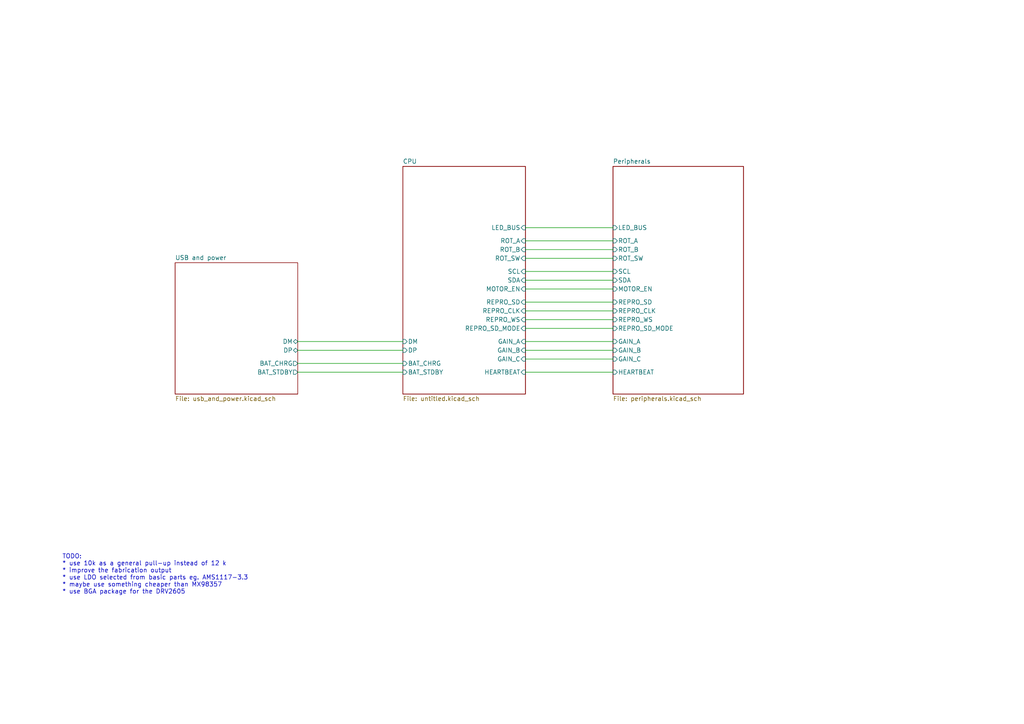
<source format=kicad_sch>
(kicad_sch
	(version 20250114)
	(generator "eeschema")
	(generator_version "9.0")
	(uuid "956df629-d025-4115-a161-b20fcddc43a7")
	(paper "A4")
	(title_block
		(title "Dummy button")
		(date "2025-04-23")
		(rev "v0.1")
	)
	(lib_symbols)
	(text "TODO:\n* use 10k as a general pull-up instead of 12 k\n* improve the fabrication output\n* use LDO selected from basic parts eg. AMS1117-3.3\n* maybe use something cheaper than MX98357\n* use BGA package for the DRV2605"
		(exclude_from_sim no)
		(at 18.034 166.624 0)
		(effects
			(font
				(size 1.27 1.27)
			)
			(justify left)
		)
		(uuid "b1ca64fe-b716-4f59-bec3-1af5fca91c0e")
	)
	(wire
		(pts
			(xy 86.36 105.41) (xy 116.84 105.41)
		)
		(stroke
			(width 0)
			(type default)
		)
		(uuid "06ff9ca6-9f09-4256-8a18-3ecd53f04d94")
	)
	(wire
		(pts
			(xy 152.4 101.6) (xy 177.8 101.6)
		)
		(stroke
			(width 0)
			(type default)
		)
		(uuid "0a5953ec-fc16-4095-96e4-0fa2ccad9874")
	)
	(wire
		(pts
			(xy 152.4 83.82) (xy 177.8 83.82)
		)
		(stroke
			(width 0)
			(type default)
		)
		(uuid "22b90df6-5369-4c08-bf22-7898e1358d15")
	)
	(wire
		(pts
			(xy 152.4 95.25) (xy 177.8 95.25)
		)
		(stroke
			(width 0)
			(type default)
		)
		(uuid "40ef6abc-d852-4030-b62d-066fcbebb82e")
	)
	(wire
		(pts
			(xy 152.4 92.71) (xy 177.8 92.71)
		)
		(stroke
			(width 0)
			(type default)
		)
		(uuid "45912d1a-73b7-4ded-be1d-d8e6e0fb569c")
	)
	(wire
		(pts
			(xy 152.4 72.39) (xy 177.8 72.39)
		)
		(stroke
			(width 0)
			(type default)
		)
		(uuid "47bea22f-0f23-4ae3-ac33-bc07ce2649c2")
	)
	(wire
		(pts
			(xy 152.4 69.85) (xy 177.8 69.85)
		)
		(stroke
			(width 0)
			(type default)
		)
		(uuid "4f571303-0d11-4ef9-8719-d1eb92630c1d")
	)
	(wire
		(pts
			(xy 152.4 107.95) (xy 177.8 107.95)
		)
		(stroke
			(width 0)
			(type default)
		)
		(uuid "4f79d19a-6322-47de-a82d-6e936061bb47")
	)
	(wire
		(pts
			(xy 86.36 99.06) (xy 116.84 99.06)
		)
		(stroke
			(width 0)
			(type default)
		)
		(uuid "5083ee7c-5c5a-459d-80e8-bbb709799b39")
	)
	(wire
		(pts
			(xy 86.36 101.6) (xy 116.84 101.6)
		)
		(stroke
			(width 0)
			(type default)
		)
		(uuid "52707c95-0876-4f0a-bd2b-494413abcf75")
	)
	(wire
		(pts
			(xy 152.4 66.04) (xy 177.8 66.04)
		)
		(stroke
			(width 0)
			(type default)
		)
		(uuid "5f103e2a-f25b-4c93-9f9d-b842864e3f02")
	)
	(wire
		(pts
			(xy 152.4 99.06) (xy 177.8 99.06)
		)
		(stroke
			(width 0)
			(type default)
		)
		(uuid "6c339c1c-b7da-4718-aee5-bf128cdf8c74")
	)
	(wire
		(pts
			(xy 152.4 78.74) (xy 177.8 78.74)
		)
		(stroke
			(width 0)
			(type default)
		)
		(uuid "79233d8a-d70a-47f5-aab9-5a27f090ef8b")
	)
	(wire
		(pts
			(xy 152.4 104.14) (xy 177.8 104.14)
		)
		(stroke
			(width 0)
			(type default)
		)
		(uuid "7f8f9cd0-4b5d-4537-a048-f7c53e96a2d6")
	)
	(wire
		(pts
			(xy 152.4 90.17) (xy 177.8 90.17)
		)
		(stroke
			(width 0)
			(type default)
		)
		(uuid "8b6c068b-6a41-4652-8b28-6a5fe69179d2")
	)
	(wire
		(pts
			(xy 152.4 81.28) (xy 177.8 81.28)
		)
		(stroke
			(width 0)
			(type default)
		)
		(uuid "9e93bbf9-ed07-4fe2-b43c-734c5ba7602b")
	)
	(wire
		(pts
			(xy 152.4 87.63) (xy 177.8 87.63)
		)
		(stroke
			(width 0)
			(type default)
		)
		(uuid "dcb2b845-88bd-4555-a2be-1876ae4c83ac")
	)
	(wire
		(pts
			(xy 86.36 107.95) (xy 116.84 107.95)
		)
		(stroke
			(width 0)
			(type default)
		)
		(uuid "df258249-7d79-4ab0-a860-bdfb0ac9deae")
	)
	(wire
		(pts
			(xy 152.4 74.93) (xy 177.8 74.93)
		)
		(stroke
			(width 0)
			(type default)
		)
		(uuid "e78f4f3a-4b11-4105-ae4a-44e260a0983e")
	)
	(sheet
		(at 177.8 48.26)
		(size 37.846 66.04)
		(exclude_from_sim no)
		(in_bom yes)
		(on_board yes)
		(dnp no)
		(fields_autoplaced yes)
		(stroke
			(width 0.1524)
			(type solid)
		)
		(fill
			(color 0 0 0 0.0000)
		)
		(uuid "39ce6818-c595-4fcd-8b24-1d3298e465e0")
		(property "Sheetname" "Peripherals"
			(at 177.8 47.5484 0)
			(effects
				(font
					(size 1.27 1.27)
				)
				(justify left bottom)
			)
		)
		(property "Sheetfile" "peripherals.kicad_sch"
			(at 177.8 114.8846 0)
			(effects
				(font
					(size 1.27 1.27)
				)
				(justify left top)
			)
		)
		(pin "HEARTBEAT" input
			(at 177.8 107.95 180)
			(uuid "09d875fc-ef58-4a6f-9c02-d6ff42446f5e")
			(effects
				(font
					(size 1.27 1.27)
				)
				(justify left)
			)
		)
		(pin "LED_BUS" input
			(at 177.8 66.04 180)
			(uuid "608b5b63-fa89-49d2-bfff-5cadecdec969")
			(effects
				(font
					(size 1.27 1.27)
				)
				(justify left)
			)
		)
		(pin "MOTOR_EN" input
			(at 177.8 83.82 180)
			(uuid "bfee3f47-23ee-44c0-a654-2a8edc860ee5")
			(effects
				(font
					(size 1.27 1.27)
				)
				(justify left)
			)
		)
		(pin "REPRO_CLK" input
			(at 177.8 90.17 180)
			(uuid "497103d0-2a53-4119-ae48-802165b15f42")
			(effects
				(font
					(size 1.27 1.27)
				)
				(justify left)
			)
		)
		(pin "REPRO_SD" input
			(at 177.8 87.63 180)
			(uuid "53e16517-c917-4e8a-a835-6160d6f4b1c4")
			(effects
				(font
					(size 1.27 1.27)
				)
				(justify left)
			)
		)
		(pin "REPRO_SD_MODE" input
			(at 177.8 95.25 180)
			(uuid "206788fd-a4d7-4200-822d-64c3c54c21e9")
			(effects
				(font
					(size 1.27 1.27)
				)
				(justify left)
			)
		)
		(pin "REPRO_WS" input
			(at 177.8 92.71 180)
			(uuid "c739525a-b304-4aee-9821-ca92fd8e9023")
			(effects
				(font
					(size 1.27 1.27)
				)
				(justify left)
			)
		)
		(pin "ROT_A" input
			(at 177.8 69.85 180)
			(uuid "2b73aa0f-590f-4cf5-88d9-dce3e9ab0ccb")
			(effects
				(font
					(size 1.27 1.27)
				)
				(justify left)
			)
		)
		(pin "ROT_B" input
			(at 177.8 72.39 180)
			(uuid "f28df634-1e44-435c-833a-2b7efb986686")
			(effects
				(font
					(size 1.27 1.27)
				)
				(justify left)
			)
		)
		(pin "ROT_SW" input
			(at 177.8 74.93 180)
			(uuid "b4318883-be02-4311-ba68-1e37b267acc0")
			(effects
				(font
					(size 1.27 1.27)
				)
				(justify left)
			)
		)
		(pin "SCL" input
			(at 177.8 78.74 180)
			(uuid "b49a82fc-08cb-43de-a8b4-ac985bea89d8")
			(effects
				(font
					(size 1.27 1.27)
				)
				(justify left)
			)
		)
		(pin "SDA" input
			(at 177.8 81.28 180)
			(uuid "6d9f68e2-07e6-4835-9144-39c9833dee79")
			(effects
				(font
					(size 1.27 1.27)
				)
				(justify left)
			)
		)
		(pin "GAIN_A" input
			(at 177.8 99.06 180)
			(uuid "01932d32-89b6-4c5a-a92d-b5c6db8fcf0c")
			(effects
				(font
					(size 1.27 1.27)
				)
				(justify left)
			)
		)
		(pin "GAIN_B" input
			(at 177.8 101.6 180)
			(uuid "4f6ba7cb-f4f1-4722-8521-d53a2abb85c6")
			(effects
				(font
					(size 1.27 1.27)
				)
				(justify left)
			)
		)
		(pin "GAIN_C" input
			(at 177.8 104.14 180)
			(uuid "b62d9eb8-7d8a-42c5-ab87-f540635e2780")
			(effects
				(font
					(size 1.27 1.27)
				)
				(justify left)
			)
		)
		(instances
			(project "dummy-button"
				(path "/956df629-d025-4115-a161-b20fcddc43a7"
					(page "4")
				)
			)
		)
	)
	(sheet
		(at 116.84 48.26)
		(size 35.56 66.04)
		(exclude_from_sim no)
		(in_bom yes)
		(on_board yes)
		(dnp no)
		(fields_autoplaced yes)
		(stroke
			(width 0.1524)
			(type solid)
		)
		(fill
			(color 0 0 0 0.0000)
		)
		(uuid "6be6d1ce-8ff2-4d80-96f7-2f37d195a653")
		(property "Sheetname" "CPU"
			(at 116.84 47.5484 0)
			(effects
				(font
					(size 1.27 1.27)
				)
				(justify left bottom)
			)
		)
		(property "Sheetfile" "untitled.kicad_sch"
			(at 116.84 114.8846 0)
			(effects
				(font
					(size 1.27 1.27)
				)
				(justify left top)
			)
		)
		(pin "DM" input
			(at 116.84 99.06 180)
			(uuid "f31e78d0-8470-4891-91d9-9ad5801b8a58")
			(effects
				(font
					(size 1.27 1.27)
				)
				(justify left)
			)
		)
		(pin "DP" input
			(at 116.84 101.6 180)
			(uuid "165b0144-53d3-48f6-b518-f5004e00a813")
			(effects
				(font
					(size 1.27 1.27)
				)
				(justify left)
			)
		)
		(pin "GAIN_A" input
			(at 152.4 99.06 0)
			(uuid "f14811b9-ddb1-48a2-9201-bff9bd5e806a")
			(effects
				(font
					(size 1.27 1.27)
				)
				(justify right)
			)
		)
		(pin "GAIN_B" input
			(at 152.4 101.6 0)
			(uuid "bc3c298c-c112-4fa8-a0b5-2faabc45a833")
			(effects
				(font
					(size 1.27 1.27)
				)
				(justify right)
			)
		)
		(pin "GAIN_C" input
			(at 152.4 104.14 0)
			(uuid "e14e7c5c-cf37-4e8a-a012-93406d1855fe")
			(effects
				(font
					(size 1.27 1.27)
				)
				(justify right)
			)
		)
		(pin "HEARTBEAT" input
			(at 152.4 107.95 0)
			(uuid "7f390108-829d-470d-9404-f16305cd93d5")
			(effects
				(font
					(size 1.27 1.27)
				)
				(justify right)
			)
		)
		(pin "LED_BUS" input
			(at 152.4 66.04 0)
			(uuid "e8f5be21-52f0-4451-a1c3-8a205604e761")
			(effects
				(font
					(size 1.27 1.27)
				)
				(justify right)
			)
		)
		(pin "MOTOR_EN" input
			(at 152.4 83.82 0)
			(uuid "e734667d-e851-4d9a-b8ec-993a8a687e98")
			(effects
				(font
					(size 1.27 1.27)
				)
				(justify right)
			)
		)
		(pin "REPRO_CLK" input
			(at 152.4 90.17 0)
			(uuid "3baad1e1-5b52-4d72-be16-cb2868bb834e")
			(effects
				(font
					(size 1.27 1.27)
				)
				(justify right)
			)
		)
		(pin "REPRO_SD" input
			(at 152.4 87.63 0)
			(uuid "4e08082d-2ab1-4bfc-86ed-cfa4721e265c")
			(effects
				(font
					(size 1.27 1.27)
				)
				(justify right)
			)
		)
		(pin "REPRO_SD_MODE" input
			(at 152.4 95.25 0)
			(uuid "949469c4-a1c1-404f-bc7e-9b795c19c131")
			(effects
				(font
					(size 1.27 1.27)
				)
				(justify right)
			)
		)
		(pin "REPRO_WS" input
			(at 152.4 92.71 0)
			(uuid "730380e3-998e-4af6-849a-905a2ff80815")
			(effects
				(font
					(size 1.27 1.27)
				)
				(justify right)
			)
		)
		(pin "ROT_A" input
			(at 152.4 69.85 0)
			(uuid "394d2e0a-f5ee-41de-a7d1-71c8879cd8bd")
			(effects
				(font
					(size 1.27 1.27)
				)
				(justify right)
			)
		)
		(pin "ROT_B" input
			(at 152.4 72.39 0)
			(uuid "5f722e70-3507-4511-b81a-3107d62c0775")
			(effects
				(font
					(size 1.27 1.27)
				)
				(justify right)
			)
		)
		(pin "ROT_SW" input
			(at 152.4 74.93 0)
			(uuid "874ef965-e266-49c4-9721-3ee4bd02732c")
			(effects
				(font
					(size 1.27 1.27)
				)
				(justify right)
			)
		)
		(pin "SCL" input
			(at 152.4 78.74 0)
			(uuid "1eacd177-d731-4e28-8e26-175e565b562f")
			(effects
				(font
					(size 1.27 1.27)
				)
				(justify right)
			)
		)
		(pin "SDA" input
			(at 152.4 81.28 0)
			(uuid "ad9089bd-20c8-49ac-8f4c-5e6404159006")
			(effects
				(font
					(size 1.27 1.27)
				)
				(justify right)
			)
		)
		(pin "BAT_CHRG" input
			(at 116.84 105.41 180)
			(uuid "1e57993e-f1ed-4a26-99ce-6424b03459e4")
			(effects
				(font
					(size 1.27 1.27)
				)
				(justify left)
			)
		)
		(pin "BAT_STDBY" input
			(at 116.84 107.95 180)
			(uuid "f2fa96ac-08cb-45c5-82fb-108329cbc74c")
			(effects
				(font
					(size 1.27 1.27)
				)
				(justify left)
			)
		)
		(instances
			(project "dummy-button"
				(path "/956df629-d025-4115-a161-b20fcddc43a7"
					(page "3")
				)
			)
		)
	)
	(sheet
		(at 50.8 76.2)
		(size 35.56 38.1)
		(exclude_from_sim no)
		(in_bom yes)
		(on_board yes)
		(dnp no)
		(fields_autoplaced yes)
		(stroke
			(width 0.1524)
			(type solid)
		)
		(fill
			(color 0 0 0 0.0000)
		)
		(uuid "8e3bec8f-5d81-4671-8cf6-7944f416fd37")
		(property "Sheetname" "USB and power"
			(at 50.8 75.4884 0)
			(effects
				(font
					(size 1.27 1.27)
				)
				(justify left bottom)
			)
		)
		(property "Sheetfile" "usb_and_power.kicad_sch"
			(at 50.8 114.8846 0)
			(effects
				(font
					(size 1.27 1.27)
				)
				(justify left top)
			)
		)
		(property "Field2" ""
			(at 50.8 76.2 0)
			(effects
				(font
					(size 1.27 1.27)
				)
			)
		)
		(pin "DM" bidirectional
			(at 86.36 99.06 0)
			(uuid "e54e6428-62a1-40cf-ba69-a4a99c101f43")
			(effects
				(font
					(size 1.27 1.27)
				)
				(justify right)
			)
		)
		(pin "DP" bidirectional
			(at 86.36 101.6 0)
			(uuid "5ed71400-9860-404b-8e12-64816ae99966")
			(effects
				(font
					(size 1.27 1.27)
				)
				(justify right)
			)
		)
		(pin "BAT_CHRG" output
			(at 86.36 105.41 0)
			(uuid "e0ac5da8-8cdd-4cf7-ace0-bb035690c195")
			(effects
				(font
					(size 1.27 1.27)
				)
				(justify right)
			)
		)
		(pin "BAT_STDBY" output
			(at 86.36 107.95 0)
			(uuid "15e8b5d7-7a91-4978-acd2-39a308359634")
			(effects
				(font
					(size 1.27 1.27)
				)
				(justify right)
			)
		)
		(instances
			(project "dummy-button"
				(path "/956df629-d025-4115-a161-b20fcddc43a7"
					(page "2")
				)
			)
		)
	)
	(sheet_instances
		(path "/"
			(page "1")
		)
	)
	(embedded_fonts no)
)

</source>
